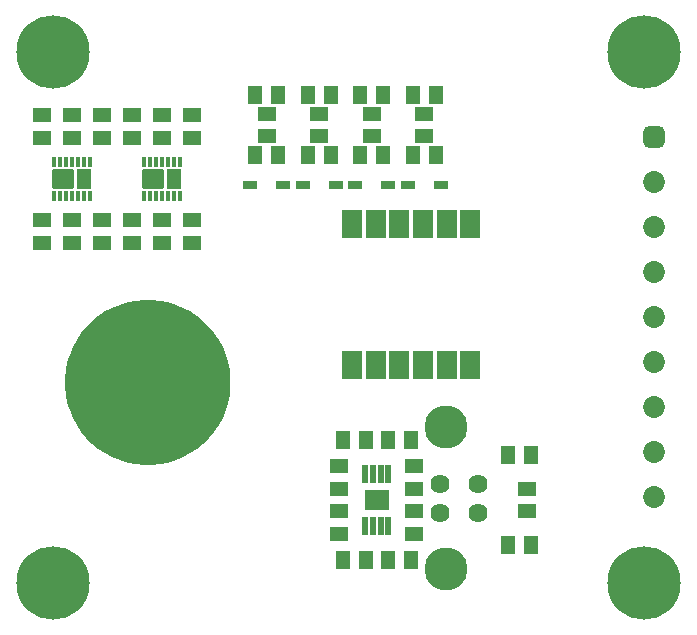
<source format=gts>
G04*
G04 #@! TF.GenerationSoftware,Altium Limited,Altium Designer,20.0.13 (296)*
G04*
G04 Layer_Color=8388736*
%FSLAX25Y25*%
%MOIN*%
G70*
G01*
G75*
G04:AMPARAMS|DCode=27|XSize=69.29mil|YSize=72.44mil|CornerRadius=4.53mil|HoleSize=0mil|Usage=FLASHONLY|Rotation=90.000|XOffset=0mil|YOffset=0mil|HoleType=Round|Shape=RoundedRectangle|*
%AMROUNDEDRECTD27*
21,1,0.06929,0.06339,0,0,90.0*
21,1,0.06024,0.07244,0,0,90.0*
1,1,0.00906,0.03169,0.03012*
1,1,0.00906,0.03169,-0.03012*
1,1,0.00906,-0.03169,-0.03012*
1,1,0.00906,-0.03169,0.03012*
%
%ADD27ROUNDEDRECTD27*%
G04:AMPARAMS|DCode=28|XSize=69.29mil|YSize=44.49mil|CornerRadius=3.29mil|HoleSize=0mil|Usage=FLASHONLY|Rotation=90.000|XOffset=0mil|YOffset=0mil|HoleType=Round|Shape=RoundedRectangle|*
%AMROUNDEDRECTD28*
21,1,0.06929,0.03791,0,0,90.0*
21,1,0.06272,0.04449,0,0,90.0*
1,1,0.00658,0.01896,0.03136*
1,1,0.00658,0.01896,-0.03136*
1,1,0.00658,-0.01896,-0.03136*
1,1,0.00658,-0.01896,0.03136*
%
%ADD28ROUNDEDRECTD28*%
%ADD29R,0.01221X0.03386*%
%ADD30R,0.06706X0.09658*%
%ADD31R,0.08189X0.07008*%
%ADD32R,0.02047X0.05906*%
%ADD33R,0.06115X0.04737*%
%ADD34R,0.06312X0.04934*%
%ADD35R,0.04934X0.02965*%
%ADD36R,0.04934X0.06312*%
%ADD37C,0.06391*%
%ADD38C,0.14383*%
%ADD39C,0.07296*%
G04:AMPARAMS|DCode=40|XSize=72.96mil|YSize=72.96mil|CornerRadius=20.24mil|HoleSize=0mil|Usage=FLASHONLY|Rotation=270.000|XOffset=0mil|YOffset=0mil|HoleType=Round|Shape=RoundedRectangle|*
%AMROUNDEDRECTD40*
21,1,0.07296,0.03248,0,0,270.0*
21,1,0.03248,0.07296,0,0,270.0*
1,1,0.04048,-0.01624,-0.01624*
1,1,0.04048,-0.01624,0.01624*
1,1,0.04048,0.01624,0.01624*
1,1,0.04048,0.01624,-0.01624*
%
%ADD40ROUNDEDRECTD40*%
%ADD41C,0.24422*%
G36*
X51181Y59055D02*
X52535D01*
X55230Y59320D01*
X57885Y59849D01*
X60477Y60635D01*
X62978Y61671D01*
X65366Y62947D01*
X67618Y64452D01*
X69711Y66170D01*
X71626Y68084D01*
X73343Y70177D01*
X74848Y72429D01*
X76124Y74817D01*
X77161Y77319D01*
X77947Y79910D01*
X78475Y82565D01*
X78740Y85260D01*
Y86614D01*
Y87968D01*
X78475Y90663D01*
X77947Y93319D01*
X77161Y95910D01*
X76124Y98411D01*
X74848Y100799D01*
X73343Y103051D01*
X71626Y105144D01*
X69711Y107059D01*
X67618Y108776D01*
X65366Y110281D01*
X62978Y111557D01*
X60477Y112593D01*
X57885Y113380D01*
X55230Y113908D01*
X52535Y114173D01*
X51181D01*
X49827D01*
X47133Y113908D01*
X44477Y113380D01*
X41886Y112593D01*
X39384Y111557D01*
X36996Y110281D01*
X34744Y108776D01*
X32651Y107059D01*
X30737Y105144D01*
X29019Y103051D01*
X27514Y100799D01*
X26238Y98411D01*
X25202Y95910D01*
X24416Y93319D01*
X23887Y90663D01*
X23622Y87968D01*
Y86614D01*
Y85260D01*
X23887Y82565D01*
X24416Y79910D01*
X25202Y77319D01*
X26238Y74817D01*
X27514Y72429D01*
X29019Y70177D01*
X30737Y68084D01*
X32651Y66170D01*
X34744Y64452D01*
X36996Y62947D01*
X39384Y61671D01*
X41886Y60635D01*
X44477Y59849D01*
X47133Y59320D01*
X49827Y59055D01*
X51181D01*
D01*
D02*
G37*
D27*
X53000Y154500D02*
D03*
X23000D02*
D03*
D28*
X60028D02*
D03*
X30028D02*
D03*
D29*
X50008Y148791D02*
D03*
X51976D02*
D03*
X53945D02*
D03*
X55913D02*
D03*
X57882D02*
D03*
X59850D02*
D03*
X61819D02*
D03*
X50008Y160209D02*
D03*
X51976D02*
D03*
X53945D02*
D03*
X55913D02*
D03*
X57882D02*
D03*
X59850D02*
D03*
X61819D02*
D03*
X20008Y148791D02*
D03*
X21976D02*
D03*
X23945D02*
D03*
X25913D02*
D03*
X27882D02*
D03*
X29850D02*
D03*
X31819D02*
D03*
X20008Y160209D02*
D03*
X21976D02*
D03*
X23945D02*
D03*
X25913D02*
D03*
X27882D02*
D03*
X29850D02*
D03*
X31819D02*
D03*
D30*
X119315Y139524D02*
D03*
X127189D02*
D03*
X135063D02*
D03*
X142937D02*
D03*
X150811D02*
D03*
X158685D02*
D03*
Y92476D02*
D03*
X150811D02*
D03*
X142937D02*
D03*
X135063D02*
D03*
X127189D02*
D03*
X119315D02*
D03*
D31*
X127500Y47500D02*
D03*
D32*
X123661Y38839D02*
D03*
X126221D02*
D03*
X128779D02*
D03*
X131339D02*
D03*
X123661Y56161D02*
D03*
X126221D02*
D03*
X128779D02*
D03*
X131339D02*
D03*
D33*
X115000Y43740D02*
D03*
Y36260D02*
D03*
X143403Y168778D02*
D03*
Y176258D02*
D03*
X125903Y168778D02*
D03*
Y176258D02*
D03*
X90903Y168778D02*
D03*
Y176258D02*
D03*
X108403Y168778D02*
D03*
Y176258D02*
D03*
X140000Y51260D02*
D03*
Y58740D02*
D03*
Y36260D02*
D03*
Y43740D02*
D03*
X115000Y58740D02*
D03*
Y51260D02*
D03*
X177500Y43760D02*
D03*
Y51240D02*
D03*
D34*
X55913Y168161D02*
D03*
Y175839D02*
D03*
X45913Y133161D02*
D03*
Y140839D02*
D03*
X65913Y133161D02*
D03*
Y140839D02*
D03*
X55913Y133161D02*
D03*
Y140839D02*
D03*
X35913Y175839D02*
D03*
Y168161D02*
D03*
X15913Y133161D02*
D03*
Y140839D02*
D03*
X25913Y133161D02*
D03*
Y140839D02*
D03*
X35913Y133161D02*
D03*
Y140839D02*
D03*
X25913Y168161D02*
D03*
Y175839D02*
D03*
X15913Y175839D02*
D03*
Y168161D02*
D03*
X45913Y175839D02*
D03*
Y168161D02*
D03*
X65913Y175839D02*
D03*
Y168161D02*
D03*
D35*
X85391Y152518D02*
D03*
X96415D02*
D03*
X102891D02*
D03*
X113915D02*
D03*
X120391D02*
D03*
X131415D02*
D03*
X137891D02*
D03*
X148915D02*
D03*
D36*
X147242Y182518D02*
D03*
X139565D02*
D03*
X129742D02*
D03*
X122065D02*
D03*
X104565D02*
D03*
X112242D02*
D03*
X87065D02*
D03*
X94742D02*
D03*
X94742Y162518D02*
D03*
X87065D02*
D03*
X112242D02*
D03*
X104565D02*
D03*
X129742D02*
D03*
X122065D02*
D03*
X147242D02*
D03*
X139565D02*
D03*
X131161Y67500D02*
D03*
X138839D02*
D03*
X138839Y27500D02*
D03*
X131161D02*
D03*
X123839D02*
D03*
X116161D02*
D03*
X116161Y67500D02*
D03*
X123839D02*
D03*
X178839Y62500D02*
D03*
X171161D02*
D03*
X171161Y32500D02*
D03*
X178839D02*
D03*
D37*
X161165Y52921D02*
D03*
Y43079D02*
D03*
X148567D02*
D03*
Y52921D02*
D03*
D38*
X150535Y24299D02*
D03*
X150535Y71701D02*
D03*
D39*
X220091Y48500D02*
D03*
Y63500D02*
D03*
Y78500D02*
D03*
Y93500D02*
D03*
Y153500D02*
D03*
Y138500D02*
D03*
Y123500D02*
D03*
Y108500D02*
D03*
D40*
Y168500D02*
D03*
D41*
X216535Y196850D02*
D03*
Y19685D02*
D03*
X19685D02*
D03*
Y196850D02*
D03*
M02*

</source>
